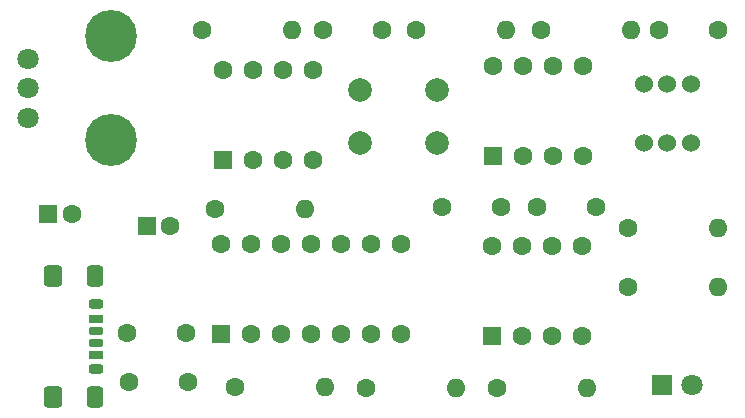
<source format=gbr>
%TF.GenerationSoftware,KiCad,Pcbnew,9.0.1*%
%TF.CreationDate,2025-05-07T15:15:05+02:00*%
%TF.ProjectId,clock-module,636c6f63-6b2d-46d6-9f64-756c652e6b69,rev?*%
%TF.SameCoordinates,Original*%
%TF.FileFunction,Soldermask,Top*%
%TF.FilePolarity,Negative*%
%FSLAX46Y46*%
G04 Gerber Fmt 4.6, Leading zero omitted, Abs format (unit mm)*
G04 Created by KiCad (PCBNEW 9.0.1) date 2025-05-07 15:15:05*
%MOMM*%
%LPD*%
G01*
G04 APERTURE LIST*
G04 Aperture macros list*
%AMRoundRect*
0 Rectangle with rounded corners*
0 $1 Rounding radius*
0 $2 $3 $4 $5 $6 $7 $8 $9 X,Y pos of 4 corners*
0 Add a 4 corners polygon primitive as box body*
4,1,4,$2,$3,$4,$5,$6,$7,$8,$9,$2,$3,0*
0 Add four circle primitives for the rounded corners*
1,1,$1+$1,$2,$3*
1,1,$1+$1,$4,$5*
1,1,$1+$1,$6,$7*
1,1,$1+$1,$8,$9*
0 Add four rect primitives between the rounded corners*
20,1,$1+$1,$2,$3,$4,$5,0*
20,1,$1+$1,$4,$5,$6,$7,0*
20,1,$1+$1,$6,$7,$8,$9,0*
20,1,$1+$1,$8,$9,$2,$3,0*%
G04 Aperture macros list end*
%ADD10C,1.600000*%
%ADD11O,1.600000X1.600000*%
%ADD12C,1.524000*%
%ADD13R,1.800000X1.800000*%
%ADD14C,1.800000*%
%ADD15RoundRect,0.250000X0.550000X-0.550000X0.550000X0.550000X-0.550000X0.550000X-0.550000X-0.550000X0*%
%ADD16RoundRect,0.175000X-0.425000X0.175000X-0.425000X-0.175000X0.425000X-0.175000X0.425000X0.175000X0*%
%ADD17RoundRect,0.190000X0.410000X-0.190000X0.410000X0.190000X-0.410000X0.190000X-0.410000X-0.190000X0*%
%ADD18RoundRect,0.200000X0.400000X-0.200000X0.400000X0.200000X-0.400000X0.200000X-0.400000X-0.200000X0*%
%ADD19RoundRect,0.175000X0.425000X-0.175000X0.425000X0.175000X-0.425000X0.175000X-0.425000X-0.175000X0*%
%ADD20RoundRect,0.190000X-0.410000X0.190000X-0.410000X-0.190000X0.410000X-0.190000X0.410000X0.190000X0*%
%ADD21RoundRect,0.200000X-0.400000X0.200000X-0.400000X-0.200000X0.400000X-0.200000X0.400000X0.200000X0*%
%ADD22RoundRect,0.250000X-0.425000X0.650000X-0.425000X-0.650000X0.425000X-0.650000X0.425000X0.650000X0*%
%ADD23RoundRect,0.250000X-0.500000X0.650000X-0.500000X-0.650000X0.500000X-0.650000X0.500000X0.650000X0*%
%ADD24C,2.000000*%
%ADD25R,1.600000X1.600000*%
%ADD26C,4.400000*%
G04 APERTURE END LIST*
D10*
%TO.C,R7*%
X140665200Y-99822000D03*
D11*
X148285200Y-99822000D03*
%TD*%
D12*
%TO.C,SW2*%
X153060400Y-79095600D03*
X155060400Y-79095600D03*
X157060400Y-79095600D03*
X153060400Y-74095600D03*
X155060400Y-74095600D03*
X157060400Y-74095600D03*
%TD*%
D13*
%TO.C,D1*%
X154610000Y-99575000D03*
D14*
X157150000Y-99575000D03*
%TD*%
D15*
%TO.C,U3*%
X117297200Y-95295800D03*
D10*
X119837200Y-95295800D03*
X122377200Y-95295800D03*
X124917200Y-95295800D03*
X127457200Y-95295800D03*
X129997200Y-95295800D03*
X132537200Y-95295800D03*
X132537200Y-87675800D03*
X129997200Y-87675800D03*
X127457200Y-87675800D03*
X124917200Y-87675800D03*
X122377200Y-87675800D03*
X119837200Y-87675800D03*
X117297200Y-87675800D03*
%TD*%
%TO.C,R1*%
X115671600Y-69494400D03*
D11*
X123291600Y-69494400D03*
%TD*%
D16*
%TO.C,J1*%
X106657400Y-95009800D03*
D17*
X106657400Y-97029800D03*
D18*
X106657400Y-98259800D03*
D19*
X106657400Y-96009800D03*
D20*
X106657400Y-93989800D03*
D21*
X106657400Y-92759800D03*
D22*
X106602400Y-90384800D03*
D23*
X103022400Y-90384800D03*
D22*
X106602400Y-100634800D03*
D23*
X103022400Y-100634800D03*
%TD*%
D10*
%TO.C,R5*%
X118465600Y-99771200D03*
D11*
X126085600Y-99771200D03*
%TD*%
D15*
%TO.C,U2*%
X140258800Y-80213200D03*
D10*
X142798800Y-80213200D03*
X145338800Y-80213200D03*
X147878800Y-80213200D03*
X147878800Y-72593200D03*
X145338800Y-72593200D03*
X142798800Y-72593200D03*
X140258800Y-72593200D03*
%TD*%
D15*
%TO.C,U1*%
X117386400Y-80552000D03*
D10*
X119926400Y-80552000D03*
X122466400Y-80552000D03*
X125006400Y-80552000D03*
X125006400Y-72932000D03*
X122466400Y-72932000D03*
X119926400Y-72932000D03*
X117386400Y-72932000D03*
%TD*%
%TO.C,C5*%
X135930000Y-84531200D03*
X140930000Y-84531200D03*
%TD*%
D24*
%TO.C,SW1*%
X129033200Y-74610400D03*
X135533200Y-74610400D03*
X129033200Y-79110400D03*
X135533200Y-79110400D03*
%TD*%
D10*
%TO.C,R8*%
X151688800Y-91287600D03*
D11*
X159308800Y-91287600D03*
%TD*%
D10*
%TO.C,C2*%
X114463200Y-99314000D03*
X109463200Y-99314000D03*
%TD*%
D15*
%TO.C,U4*%
X140208000Y-95448200D03*
D10*
X142748000Y-95448200D03*
X145288000Y-95448200D03*
X147828000Y-95448200D03*
X147828000Y-87828200D03*
X145288000Y-87828200D03*
X142748000Y-87828200D03*
X140208000Y-87828200D03*
%TD*%
D25*
%TO.C,C7*%
X110979200Y-86106000D03*
D10*
X112979200Y-86106000D03*
%TD*%
%TO.C,C4*%
X125922400Y-69545200D03*
X130922400Y-69545200D03*
%TD*%
%TO.C,C3*%
X114299199Y-95208800D03*
X109299199Y-95208800D03*
%TD*%
D25*
%TO.C,C1*%
X102648000Y-85090000D03*
D10*
X104648000Y-85090000D03*
%TD*%
%TO.C,R9*%
X151688800Y-86309200D03*
D11*
X159308800Y-86309200D03*
%TD*%
D10*
%TO.C,C6*%
X144018000Y-84531200D03*
X149018000Y-84531200D03*
%TD*%
D14*
%TO.C,RV1*%
X100950000Y-76953200D03*
X100950000Y-74453200D03*
X100950000Y-71953200D03*
D26*
X107950000Y-70053200D03*
X107950000Y-78853200D03*
%TD*%
D10*
%TO.C,R3*%
X144311800Y-69541000D03*
D11*
X151931800Y-69541000D03*
%TD*%
D10*
%TO.C,R2*%
X133796200Y-69490200D03*
D11*
X141416200Y-69490200D03*
%TD*%
D10*
%TO.C,C8*%
X154350000Y-69500000D03*
X159350000Y-69500000D03*
%TD*%
%TO.C,R6*%
X129540000Y-99822000D03*
D11*
X137160000Y-99822000D03*
%TD*%
D10*
%TO.C,R4*%
X116789200Y-84683600D03*
D11*
X124409200Y-84683600D03*
%TD*%
M02*

</source>
